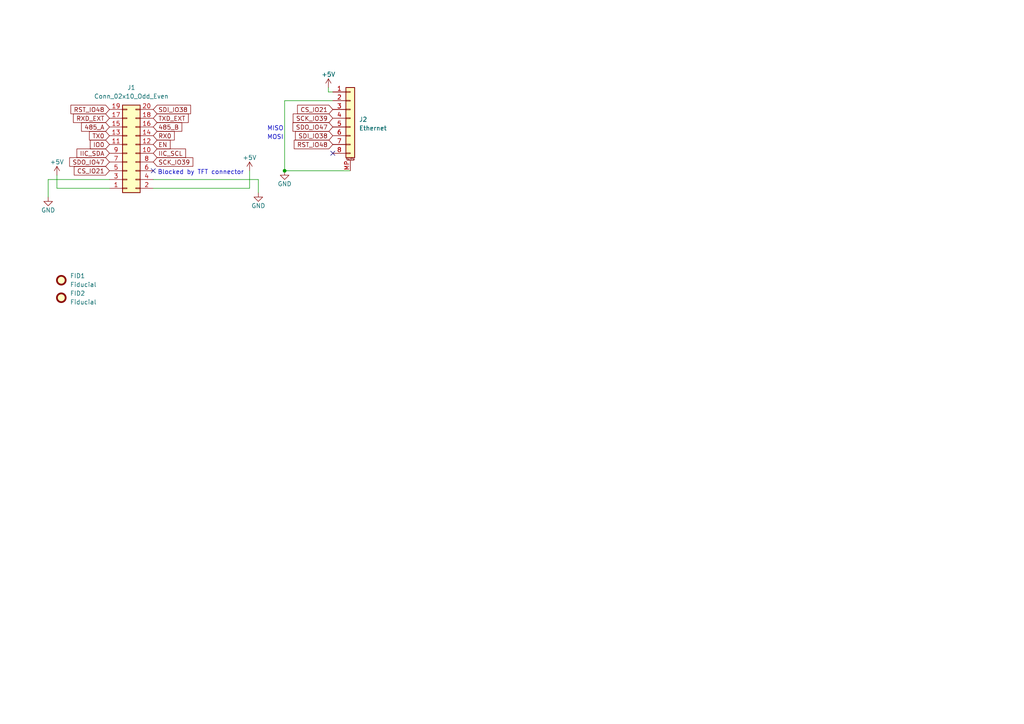
<source format=kicad_sch>
(kicad_sch (version 20211123) (generator eeschema)

  (uuid bb893cd4-c8dc-4720-86a5-cf3cec61cb8a)

  (paper "A4")

  (lib_symbols
    (symbol "Connector_Generic:Conn_02x10_Odd_Even" (pin_names (offset 1.016) hide) (in_bom yes) (on_board yes)
      (property "Reference" "J" (id 0) (at 1.27 12.7 0)
        (effects (font (size 1.27 1.27)))
      )
      (property "Value" "Conn_02x10_Odd_Even" (id 1) (at 1.27 -15.24 0)
        (effects (font (size 1.27 1.27)))
      )
      (property "Footprint" "" (id 2) (at 0 0 0)
        (effects (font (size 1.27 1.27)) hide)
      )
      (property "Datasheet" "~" (id 3) (at 0 0 0)
        (effects (font (size 1.27 1.27)) hide)
      )
      (property "ki_keywords" "connector" (id 4) (at 0 0 0)
        (effects (font (size 1.27 1.27)) hide)
      )
      (property "ki_description" "Generic connector, double row, 02x10, odd/even pin numbering scheme (row 1 odd numbers, row 2 even numbers), script generated (kicad-library-utils/schlib/autogen/connector/)" (id 5) (at 0 0 0)
        (effects (font (size 1.27 1.27)) hide)
      )
      (property "ki_fp_filters" "Connector*:*_2x??_*" (id 6) (at 0 0 0)
        (effects (font (size 1.27 1.27)) hide)
      )
      (symbol "Conn_02x10_Odd_Even_1_1"
        (rectangle (start -1.27 -12.573) (end 0 -12.827)
          (stroke (width 0.1524) (type default) (color 0 0 0 0))
          (fill (type none))
        )
        (rectangle (start -1.27 -10.033) (end 0 -10.287)
          (stroke (width 0.1524) (type default) (color 0 0 0 0))
          (fill (type none))
        )
        (rectangle (start -1.27 -7.493) (end 0 -7.747)
          (stroke (width 0.1524) (type default) (color 0 0 0 0))
          (fill (type none))
        )
        (rectangle (start -1.27 -4.953) (end 0 -5.207)
          (stroke (width 0.1524) (type default) (color 0 0 0 0))
          (fill (type none))
        )
        (rectangle (start -1.27 -2.413) (end 0 -2.667)
          (stroke (width 0.1524) (type default) (color 0 0 0 0))
          (fill (type none))
        )
        (rectangle (start -1.27 0.127) (end 0 -0.127)
          (stroke (width 0.1524) (type default) (color 0 0 0 0))
          (fill (type none))
        )
        (rectangle (start -1.27 2.667) (end 0 2.413)
          (stroke (width 0.1524) (type default) (color 0 0 0 0))
          (fill (type none))
        )
        (rectangle (start -1.27 5.207) (end 0 4.953)
          (stroke (width 0.1524) (type default) (color 0 0 0 0))
          (fill (type none))
        )
        (rectangle (start -1.27 7.747) (end 0 7.493)
          (stroke (width 0.1524) (type default) (color 0 0 0 0))
          (fill (type none))
        )
        (rectangle (start -1.27 10.287) (end 0 10.033)
          (stroke (width 0.1524) (type default) (color 0 0 0 0))
          (fill (type none))
        )
        (rectangle (start -1.27 11.43) (end 3.81 -13.97)
          (stroke (width 0.254) (type default) (color 0 0 0 0))
          (fill (type background))
        )
        (rectangle (start 3.81 -12.573) (end 2.54 -12.827)
          (stroke (width 0.1524) (type default) (color 0 0 0 0))
          (fill (type none))
        )
        (rectangle (start 3.81 -10.033) (end 2.54 -10.287)
          (stroke (width 0.1524) (type default) (color 0 0 0 0))
          (fill (type none))
        )
        (rectangle (start 3.81 -7.493) (end 2.54 -7.747)
          (stroke (width 0.1524) (type default) (color 0 0 0 0))
          (fill (type none))
        )
        (rectangle (start 3.81 -4.953) (end 2.54 -5.207)
          (stroke (width 0.1524) (type default) (color 0 0 0 0))
          (fill (type none))
        )
        (rectangle (start 3.81 -2.413) (end 2.54 -2.667)
          (stroke (width 0.1524) (type default) (color 0 0 0 0))
          (fill (type none))
        )
        (rectangle (start 3.81 0.127) (end 2.54 -0.127)
          (stroke (width 0.1524) (type default) (color 0 0 0 0))
          (fill (type none))
        )
        (rectangle (start 3.81 2.667) (end 2.54 2.413)
          (stroke (width 0.1524) (type default) (color 0 0 0 0))
          (fill (type none))
        )
        (rectangle (start 3.81 5.207) (end 2.54 4.953)
          (stroke (width 0.1524) (type default) (color 0 0 0 0))
          (fill (type none))
        )
        (rectangle (start 3.81 7.747) (end 2.54 7.493)
          (stroke (width 0.1524) (type default) (color 0 0 0 0))
          (fill (type none))
        )
        (rectangle (start 3.81 10.287) (end 2.54 10.033)
          (stroke (width 0.1524) (type default) (color 0 0 0 0))
          (fill (type none))
        )
        (pin passive line (at -5.08 10.16 0) (length 3.81)
          (name "Pin_1" (effects (font (size 1.27 1.27))))
          (number "1" (effects (font (size 1.27 1.27))))
        )
        (pin passive line (at 7.62 0 180) (length 3.81)
          (name "Pin_10" (effects (font (size 1.27 1.27))))
          (number "10" (effects (font (size 1.27 1.27))))
        )
        (pin passive line (at -5.08 -2.54 0) (length 3.81)
          (name "Pin_11" (effects (font (size 1.27 1.27))))
          (number "11" (effects (font (size 1.27 1.27))))
        )
        (pin passive line (at 7.62 -2.54 180) (length 3.81)
          (name "Pin_12" (effects (font (size 1.27 1.27))))
          (number "12" (effects (font (size 1.27 1.27))))
        )
        (pin passive line (at -5.08 -5.08 0) (length 3.81)
          (name "Pin_13" (effects (font (size 1.27 1.27))))
          (number "13" (effects (font (size 1.27 1.27))))
        )
        (pin passive line (at 7.62 -5.08 180) (length 3.81)
          (name "Pin_14" (effects (font (size 1.27 1.27))))
          (number "14" (effects (font (size 1.27 1.27))))
        )
        (pin passive line (at -5.08 -7.62 0) (length 3.81)
          (name "Pin_15" (effects (font (size 1.27 1.27))))
          (number "15" (effects (font (size 1.27 1.27))))
        )
        (pin passive line (at 7.62 -7.62 180) (length 3.81)
          (name "Pin_16" (effects (font (size 1.27 1.27))))
          (number "16" (effects (font (size 1.27 1.27))))
        )
        (pin passive line (at -5.08 -10.16 0) (length 3.81)
          (name "Pin_17" (effects (font (size 1.27 1.27))))
          (number "17" (effects (font (size 1.27 1.27))))
        )
        (pin passive line (at 7.62 -10.16 180) (length 3.81)
          (name "Pin_18" (effects (font (size 1.27 1.27))))
          (number "18" (effects (font (size 1.27 1.27))))
        )
        (pin passive line (at -5.08 -12.7 0) (length 3.81)
          (name "Pin_19" (effects (font (size 1.27 1.27))))
          (number "19" (effects (font (size 1.27 1.27))))
        )
        (pin passive line (at 7.62 10.16 180) (length 3.81)
          (name "Pin_2" (effects (font (size 1.27 1.27))))
          (number "2" (effects (font (size 1.27 1.27))))
        )
        (pin passive line (at 7.62 -12.7 180) (length 3.81)
          (name "Pin_20" (effects (font (size 1.27 1.27))))
          (number "20" (effects (font (size 1.27 1.27))))
        )
        (pin passive line (at -5.08 7.62 0) (length 3.81)
          (name "Pin_3" (effects (font (size 1.27 1.27))))
          (number "3" (effects (font (size 1.27 1.27))))
        )
        (pin passive line (at 7.62 7.62 180) (length 3.81)
          (name "Pin_4" (effects (font (size 1.27 1.27))))
          (number "4" (effects (font (size 1.27 1.27))))
        )
        (pin passive line (at -5.08 5.08 0) (length 3.81)
          (name "Pin_5" (effects (font (size 1.27 1.27))))
          (number "5" (effects (font (size 1.27 1.27))))
        )
        (pin passive line (at 7.62 5.08 180) (length 3.81)
          (name "Pin_6" (effects (font (size 1.27 1.27))))
          (number "6" (effects (font (size 1.27 1.27))))
        )
        (pin passive line (at -5.08 2.54 0) (length 3.81)
          (name "Pin_7" (effects (font (size 1.27 1.27))))
          (number "7" (effects (font (size 1.27 1.27))))
        )
        (pin passive line (at 7.62 2.54 180) (length 3.81)
          (name "Pin_8" (effects (font (size 1.27 1.27))))
          (number "8" (effects (font (size 1.27 1.27))))
        )
        (pin passive line (at -5.08 0 0) (length 3.81)
          (name "Pin_9" (effects (font (size 1.27 1.27))))
          (number "9" (effects (font (size 1.27 1.27))))
        )
      )
    )
    (symbol "Connector_Generic_MountingPin:Conn_01x08_MountingPin" (pin_names (offset 1.016) hide) (in_bom yes) (on_board yes)
      (property "Reference" "J" (id 0) (at 0 10.16 0)
        (effects (font (size 1.27 1.27)))
      )
      (property "Value" "Conn_01x08_MountingPin" (id 1) (at 1.27 -12.7 0)
        (effects (font (size 1.27 1.27)) (justify left))
      )
      (property "Footprint" "" (id 2) (at 0 0 0)
        (effects (font (size 1.27 1.27)) hide)
      )
      (property "Datasheet" "~" (id 3) (at 0 0 0)
        (effects (font (size 1.27 1.27)) hide)
      )
      (property "ki_keywords" "connector" (id 4) (at 0 0 0)
        (effects (font (size 1.27 1.27)) hide)
      )
      (property "ki_description" "Generic connectable mounting pin connector, single row, 01x08, script generated (kicad-library-utils/schlib/autogen/connector/)" (id 5) (at 0 0 0)
        (effects (font (size 1.27 1.27)) hide)
      )
      (property "ki_fp_filters" "Connector*:*_1x??-1MP*" (id 6) (at 0 0 0)
        (effects (font (size 1.27 1.27)) hide)
      )
      (symbol "Conn_01x08_MountingPin_1_1"
        (rectangle (start -1.27 -10.033) (end 0 -10.287)
          (stroke (width 0.1524) (type default) (color 0 0 0 0))
          (fill (type none))
        )
        (rectangle (start -1.27 -7.493) (end 0 -7.747)
          (stroke (width 0.1524) (type default) (color 0 0 0 0))
          (fill (type none))
        )
        (rectangle (start -1.27 -4.953) (end 0 -5.207)
          (stroke (width 0.1524) (type default) (color 0 0 0 0))
          (fill (type none))
        )
        (rectangle (start -1.27 -2.413) (end 0 -2.667)
          (stroke (width 0.1524) (type default) (color 0 0 0 0))
          (fill (type none))
        )
        (rectangle (start -1.27 0.127) (end 0 -0.127)
          (stroke (width 0.1524) (type default) (color 0 0 0 0))
          (fill (type none))
        )
        (rectangle (start -1.27 2.667) (end 0 2.413)
          (stroke (width 0.1524) (type default) (color 0 0 0 0))
          (fill (type none))
        )
        (rectangle (start -1.27 5.207) (end 0 4.953)
          (stroke (width 0.1524) (type default) (color 0 0 0 0))
          (fill (type none))
        )
        (rectangle (start -1.27 7.747) (end 0 7.493)
          (stroke (width 0.1524) (type default) (color 0 0 0 0))
          (fill (type none))
        )
        (rectangle (start -1.27 8.89) (end 1.27 -11.43)
          (stroke (width 0.254) (type default) (color 0 0 0 0))
          (fill (type background))
        )
        (polyline
          (pts
            (xy -1.016 -12.192)
            (xy 1.016 -12.192)
          )
          (stroke (width 0.1524) (type default) (color 0 0 0 0))
          (fill (type none))
        )
        (text "Mounting" (at 0 -11.811 0)
          (effects (font (size 0.381 0.381)))
        )
        (pin passive line (at -5.08 7.62 0) (length 3.81)
          (name "Pin_1" (effects (font (size 1.27 1.27))))
          (number "1" (effects (font (size 1.27 1.27))))
        )
        (pin passive line (at -5.08 5.08 0) (length 3.81)
          (name "Pin_2" (effects (font (size 1.27 1.27))))
          (number "2" (effects (font (size 1.27 1.27))))
        )
        (pin passive line (at -5.08 2.54 0) (length 3.81)
          (name "Pin_3" (effects (font (size 1.27 1.27))))
          (number "3" (effects (font (size 1.27 1.27))))
        )
        (pin passive line (at -5.08 0 0) (length 3.81)
          (name "Pin_4" (effects (font (size 1.27 1.27))))
          (number "4" (effects (font (size 1.27 1.27))))
        )
        (pin passive line (at -5.08 -2.54 0) (length 3.81)
          (name "Pin_5" (effects (font (size 1.27 1.27))))
          (number "5" (effects (font (size 1.27 1.27))))
        )
        (pin passive line (at -5.08 -5.08 0) (length 3.81)
          (name "Pin_6" (effects (font (size 1.27 1.27))))
          (number "6" (effects (font (size 1.27 1.27))))
        )
        (pin passive line (at -5.08 -7.62 0) (length 3.81)
          (name "Pin_7" (effects (font (size 1.27 1.27))))
          (number "7" (effects (font (size 1.27 1.27))))
        )
        (pin passive line (at -5.08 -10.16 0) (length 3.81)
          (name "Pin_8" (effects (font (size 1.27 1.27))))
          (number "8" (effects (font (size 1.27 1.27))))
        )
        (pin passive line (at 0 -15.24 90) (length 3.048)
          (name "MountPin" (effects (font (size 1.27 1.27))))
          (number "MP" (effects (font (size 1.27 1.27))))
        )
      )
    )
    (symbol "Mechanical:Fiducial" (in_bom yes) (on_board yes)
      (property "Reference" "FID" (id 0) (at 0 5.08 0)
        (effects (font (size 1.27 1.27)))
      )
      (property "Value" "Fiducial" (id 1) (at 0 3.175 0)
        (effects (font (size 1.27 1.27)))
      )
      (property "Footprint" "" (id 2) (at 0 0 0)
        (effects (font (size 1.27 1.27)) hide)
      )
      (property "Datasheet" "~" (id 3) (at 0 0 0)
        (effects (font (size 1.27 1.27)) hide)
      )
      (property "ki_keywords" "fiducial marker" (id 4) (at 0 0 0)
        (effects (font (size 1.27 1.27)) hide)
      )
      (property "ki_description" "Fiducial Marker" (id 5) (at 0 0 0)
        (effects (font (size 1.27 1.27)) hide)
      )
      (property "ki_fp_filters" "Fiducial*" (id 6) (at 0 0 0)
        (effects (font (size 1.27 1.27)) hide)
      )
      (symbol "Fiducial_0_1"
        (circle (center 0 0) (radius 1.27)
          (stroke (width 0.508) (type default) (color 0 0 0 0))
          (fill (type background))
        )
      )
    )
    (symbol "power:+5V" (power) (pin_names (offset 0)) (in_bom yes) (on_board yes)
      (property "Reference" "#PWR" (id 0) (at 0 -3.81 0)
        (effects (font (size 1.27 1.27)) hide)
      )
      (property "Value" "+5V" (id 1) (at 0 3.556 0)
        (effects (font (size 1.27 1.27)))
      )
      (property "Footprint" "" (id 2) (at 0 0 0)
        (effects (font (size 1.27 1.27)) hide)
      )
      (property "Datasheet" "" (id 3) (at 0 0 0)
        (effects (font (size 1.27 1.27)) hide)
      )
      (property "ki_keywords" "global power" (id 4) (at 0 0 0)
        (effects (font (size 1.27 1.27)) hide)
      )
      (property "ki_description" "Power symbol creates a global label with name \"+5V\"" (id 5) (at 0 0 0)
        (effects (font (size 1.27 1.27)) hide)
      )
      (symbol "+5V_0_1"
        (polyline
          (pts
            (xy -0.762 1.27)
            (xy 0 2.54)
          )
          (stroke (width 0) (type default) (color 0 0 0 0))
          (fill (type none))
        )
        (polyline
          (pts
            (xy 0 0)
            (xy 0 2.54)
          )
          (stroke (width 0) (type default) (color 0 0 0 0))
          (fill (type none))
        )
        (polyline
          (pts
            (xy 0 2.54)
            (xy 0.762 1.27)
          )
          (stroke (width 0) (type default) (color 0 0 0 0))
          (fill (type none))
        )
      )
      (symbol "+5V_1_1"
        (pin power_in line (at 0 0 90) (length 0) hide
          (name "+5V" (effects (font (size 1.27 1.27))))
          (number "1" (effects (font (size 1.27 1.27))))
        )
      )
    )
    (symbol "power:GND" (power) (pin_names (offset 0)) (in_bom yes) (on_board yes)
      (property "Reference" "#PWR" (id 0) (at 0 -6.35 0)
        (effects (font (size 1.27 1.27)) hide)
      )
      (property "Value" "GND" (id 1) (at 0 -3.81 0)
        (effects (font (size 1.27 1.27)))
      )
      (property "Footprint" "" (id 2) (at 0 0 0)
        (effects (font (size 1.27 1.27)) hide)
      )
      (property "Datasheet" "" (id 3) (at 0 0 0)
        (effects (font (size 1.27 1.27)) hide)
      )
      (property "ki_keywords" "global power" (id 4) (at 0 0 0)
        (effects (font (size 1.27 1.27)) hide)
      )
      (property "ki_description" "Power symbol creates a global label with name \"GND\" , ground" (id 5) (at 0 0 0)
        (effects (font (size 1.27 1.27)) hide)
      )
      (symbol "GND_0_1"
        (polyline
          (pts
            (xy 0 0)
            (xy 0 -1.27)
            (xy 1.27 -1.27)
            (xy 0 -2.54)
            (xy -1.27 -1.27)
            (xy 0 -1.27)
          )
          (stroke (width 0) (type default) (color 0 0 0 0))
          (fill (type none))
        )
      )
      (symbol "GND_1_1"
        (pin power_in line (at 0 0 270) (length 0) hide
          (name "GND" (effects (font (size 1.27 1.27))))
          (number "1" (effects (font (size 1.27 1.27))))
        )
      )
    )
  )

  (junction (at 82.55 49.53) (diameter 0) (color 0 0 0 0)
    (uuid f7996b02-a704-4c3d-a9c5-86ae05c33115)
  )

  (no_connect (at 96.52 44.45) (uuid 91514e07-982b-419a-b392-b4ea0c98c109))
  (no_connect (at 44.45 49.53) (uuid b33c59f5-d6c4-4091-9b20-65b6e27dbb83))

  (wire (pts (xy 44.45 54.61) (xy 72.39 54.61))
    (stroke (width 0) (type default) (color 0 0 0 0))
    (uuid 1311f982-21a5-46b8-a86f-04681aeb9915)
  )
  (wire (pts (xy 13.97 52.07) (xy 13.97 57.15))
    (stroke (width 0) (type default) (color 0 0 0 0))
    (uuid 339bb858-1c19-4664-a3c9-d753c17625d4)
  )
  (wire (pts (xy 82.55 29.21) (xy 82.55 49.53))
    (stroke (width 0) (type default) (color 0 0 0 0))
    (uuid 3576ea8f-925f-4cff-8d55-66138ee4fb6d)
  )
  (wire (pts (xy 72.39 49.53) (xy 72.39 54.61))
    (stroke (width 0) (type default) (color 0 0 0 0))
    (uuid 4d1f7506-9205-4d65-b831-58c103e2eae5)
  )
  (wire (pts (xy 95.25 25.4) (xy 95.25 26.67))
    (stroke (width 0) (type default) (color 0 0 0 0))
    (uuid 57d94448-a86f-4590-8b5e-ffba7f60639e)
  )
  (wire (pts (xy 13.97 52.07) (xy 31.75 52.07))
    (stroke (width 0) (type default) (color 0 0 0 0))
    (uuid 66ff0995-639d-40c5-93bb-0ae842f8674c)
  )
  (wire (pts (xy 16.51 50.8) (xy 16.51 54.61))
    (stroke (width 0) (type default) (color 0 0 0 0))
    (uuid 9f5799c6-0ee7-4d29-989b-44b717b4fb17)
  )
  (wire (pts (xy 95.25 26.67) (xy 96.52 26.67))
    (stroke (width 0) (type default) (color 0 0 0 0))
    (uuid ad9b580e-057b-4012-9cb1-00bd30a62cc3)
  )
  (wire (pts (xy 96.52 29.21) (xy 82.55 29.21))
    (stroke (width 0) (type default) (color 0 0 0 0))
    (uuid b115cee3-8a0f-4511-9f15-85241c52c357)
  )
  (wire (pts (xy 44.45 52.07) (xy 74.93 52.07))
    (stroke (width 0) (type default) (color 0 0 0 0))
    (uuid b1634939-66e3-4cba-a72f-19eab034b5b8)
  )
  (wire (pts (xy 74.93 52.07) (xy 74.93 55.88))
    (stroke (width 0) (type default) (color 0 0 0 0))
    (uuid f212b36a-bc50-4495-b6e6-6f75c71c0688)
  )
  (wire (pts (xy 16.51 54.61) (xy 31.75 54.61))
    (stroke (width 0) (type default) (color 0 0 0 0))
    (uuid f6e654d5-52b7-426f-82f6-a7cec8059ff2)
  )
  (wire (pts (xy 82.55 49.53) (xy 101.6 49.53))
    (stroke (width 0) (type default) (color 0 0 0 0))
    (uuid fe5f8213-8092-4814-bee5-670b9ac7bc52)
  )

  (text "Blocked by TFT connector" (at 45.72 50.8 0)
    (effects (font (size 1.27 1.27)) (justify left bottom))
    (uuid 347c8d20-35e7-4a84-99d2-c0ddd4051384)
  )
  (text "MOSI" (at 77.47 40.64 0)
    (effects (font (size 1.27 1.27)) (justify left bottom))
    (uuid 89211299-293f-4d3f-ba6f-cb116e393512)
  )
  (text "MISO" (at 77.47 38.1 0)
    (effects (font (size 1.27 1.27)) (justify left bottom))
    (uuid da6ea63e-7936-4a0d-a57c-2c8ceefe5a95)
  )

  (global_label "RX0" (shape input) (at 44.45 39.37 0) (fields_autoplaced)
    (effects (font (size 1.27 1.27)) (justify left))
    (uuid 2044241e-871e-4c7b-84c4-164359f3a1f9)
    (property "Intersheet References" "${INTERSHEET_REFS}" (id 0) (at 50.5521 39.2906 0)
      (effects (font (size 1.27 1.27)) (justify left) hide)
    )
  )
  (global_label "SDO_IO47" (shape input) (at 96.52 36.83 180) (fields_autoplaced)
    (effects (font (size 1.27 1.27)) (justify right))
    (uuid 2c691ab2-712e-4530-9a8e-82d300a0ef67)
    (property "Intersheet References" "${INTERSHEET_REFS}" (id 0) (at 84.975 36.7506 0)
      (effects (font (size 1.27 1.27)) (justify right) hide)
    )
  )
  (global_label "RST_IO48" (shape input) (at 31.75 31.75 180) (fields_autoplaced)
    (effects (font (size 1.27 1.27)) (justify right))
    (uuid 2deb7648-92f9-4ea4-b90c-4a5a33854458)
    (property "Intersheet References" "${INTERSHEET_REFS}" (id 0) (at 20.5679 31.6706 0)
      (effects (font (size 1.27 1.27)) (justify right) hide)
    )
  )
  (global_label "485_B" (shape input) (at 44.45 36.83 0) (fields_autoplaced)
    (effects (font (size 1.27 1.27)) (justify left))
    (uuid 2ef6644a-b6e5-4548-9f7d-9f42047fd5cd)
    (property "Intersheet References" "${INTERSHEET_REFS}" (id 0) (at 52.7293 36.7506 0)
      (effects (font (size 1.27 1.27)) (justify left) hide)
    )
  )
  (global_label "EN" (shape input) (at 44.45 41.91 0) (fields_autoplaced)
    (effects (font (size 1.27 1.27)) (justify left))
    (uuid 37979d09-cd38-41ec-a383-ca1aace7ac4a)
    (property "Intersheet References" "${INTERSHEET_REFS}" (id 0) (at 49.3426 41.8306 0)
      (effects (font (size 1.27 1.27)) (justify left) hide)
    )
  )
  (global_label "CS_IO21" (shape input) (at 31.75 49.53 180) (fields_autoplaced)
    (effects (font (size 1.27 1.27)) (justify right))
    (uuid 3bafda78-cf11-4f62-8c31-1198612aa64f)
    (property "Intersheet References" "${INTERSHEET_REFS}" (id 0) (at 21.5355 49.4506 0)
      (effects (font (size 1.27 1.27)) (justify right) hide)
    )
  )
  (global_label "485_A" (shape input) (at 31.75 36.83 180) (fields_autoplaced)
    (effects (font (size 1.27 1.27)) (justify right))
    (uuid 607ded8b-96cf-4a6a-8792-d0a01bc3eac2)
    (property "Intersheet References" "${INTERSHEET_REFS}" (id 0) (at 23.6521 36.7506 0)
      (effects (font (size 1.27 1.27)) (justify right) hide)
    )
  )
  (global_label "CS_IO21" (shape input) (at 96.52 31.75 180) (fields_autoplaced)
    (effects (font (size 1.27 1.27)) (justify right))
    (uuid 6cfca0df-5c8f-4539-91bd-95db66183f2f)
    (property "Intersheet References" "${INTERSHEET_REFS}" (id 0) (at 86.3055 31.6706 0)
      (effects (font (size 1.27 1.27)) (justify right) hide)
    )
  )
  (global_label "RST_IO48" (shape input) (at 96.52 41.91 180) (fields_autoplaced)
    (effects (font (size 1.27 1.27)) (justify right))
    (uuid 81cbacf1-98e9-457e-8f26-d119aba6b236)
    (property "Intersheet References" "${INTERSHEET_REFS}" (id 0) (at 85.3379 41.8306 0)
      (effects (font (size 1.27 1.27)) (justify right) hide)
    )
  )
  (global_label "IIC_SDA" (shape input) (at 31.75 44.45 180) (fields_autoplaced)
    (effects (font (size 1.27 1.27)) (justify right))
    (uuid 86b8b5ea-e697-4fec-a6ba-595e6f714bec)
    (property "Intersheet References" "${INTERSHEET_REFS}" (id 0) (at 22.3217 44.3706 0)
      (effects (font (size 1.27 1.27)) (justify right) hide)
    )
  )
  (global_label "SDI_IO38" (shape input) (at 44.45 31.75 0) (fields_autoplaced)
    (effects (font (size 1.27 1.27)) (justify left))
    (uuid 9821c1d4-9f65-415b-821b-888634545384)
    (property "Intersheet References" "${INTERSHEET_REFS}" (id 0) (at 55.2693 31.8294 0)
      (effects (font (size 1.27 1.27)) (justify left) hide)
    )
  )
  (global_label "RXD_EXT" (shape input) (at 31.75 34.29 180) (fields_autoplaced)
    (effects (font (size 1.27 1.27)) (justify right))
    (uuid 99578007-6f2f-4eca-8d13-9396b9f08c20)
    (property "Intersheet References" "${INTERSHEET_REFS}" (id 0) (at 21.2936 34.2106 0)
      (effects (font (size 1.27 1.27)) (justify right) hide)
    )
  )
  (global_label "SCK_IO39" (shape input) (at 44.45 46.99 0) (fields_autoplaced)
    (effects (font (size 1.27 1.27)) (justify left))
    (uuid a4eee41b-7f66-4d99-9899-16bfc0273c53)
    (property "Intersheet References" "${INTERSHEET_REFS}" (id 0) (at 55.9345 47.0694 0)
      (effects (font (size 1.27 1.27)) (justify left) hide)
    )
  )
  (global_label "TX0" (shape input) (at 31.75 39.37 180) (fields_autoplaced)
    (effects (font (size 1.27 1.27)) (justify right))
    (uuid a51941e5-fa38-47f9-8e45-87aabf91ced4)
    (property "Intersheet References" "${INTERSHEET_REFS}" (id 0) (at 25.9502 39.2906 0)
      (effects (font (size 1.27 1.27)) (justify right) hide)
    )
  )
  (global_label "SDI_IO38" (shape input) (at 96.52 39.37 180) (fields_autoplaced)
    (effects (font (size 1.27 1.27)) (justify right))
    (uuid cb362fb0-f416-4651-bc30-9cf15db565ed)
    (property "Intersheet References" "${INTERSHEET_REFS}" (id 0) (at 85.7007 39.2906 0)
      (effects (font (size 1.27 1.27)) (justify right) hide)
    )
  )
  (global_label "IO0" (shape input) (at 31.75 41.91 180) (fields_autoplaced)
    (effects (font (size 1.27 1.27)) (justify right))
    (uuid ddfd3fa4-5246-4130-9492-7afdaeef0770)
    (property "Intersheet References" "${INTERSHEET_REFS}" (id 0) (at 26.1921 41.8306 0)
      (effects (font (size 1.27 1.27)) (justify right) hide)
    )
  )
  (global_label "SCK_IO39" (shape input) (at 96.52 34.29 180) (fields_autoplaced)
    (effects (font (size 1.27 1.27)) (justify right))
    (uuid ded7db00-cd13-45ea-9903-2a192e7c8a1e)
    (property "Intersheet References" "${INTERSHEET_REFS}" (id 0) (at 85.0355 34.2106 0)
      (effects (font (size 1.27 1.27)) (justify right) hide)
    )
  )
  (global_label "SDO_IO47" (shape input) (at 31.75 46.99 180) (fields_autoplaced)
    (effects (font (size 1.27 1.27)) (justify right))
    (uuid e91dd35e-4462-43ac-98e6-a50a17a29522)
    (property "Intersheet References" "${INTERSHEET_REFS}" (id 0) (at 20.205 46.9106 0)
      (effects (font (size 1.27 1.27)) (justify right) hide)
    )
  )
  (global_label "TXD_EXT" (shape input) (at 44.45 34.29 0) (fields_autoplaced)
    (effects (font (size 1.27 1.27)) (justify left))
    (uuid ef43c6ea-ed0a-414c-a48d-73f99d596eef)
    (property "Intersheet References" "${INTERSHEET_REFS}" (id 0) (at 54.6041 34.2106 0)
      (effects (font (size 1.27 1.27)) (justify left) hide)
    )
  )
  (global_label "IIC_SCL" (shape input) (at 44.45 44.45 0) (fields_autoplaced)
    (effects (font (size 1.27 1.27)) (justify left))
    (uuid f8973afe-b538-409e-b370-1d640cb66204)
    (property "Intersheet References" "${INTERSHEET_REFS}" (id 0) (at 53.8179 44.3706 0)
      (effects (font (size 1.27 1.27)) (justify left) hide)
    )
  )

  (symbol (lib_id "Connector_Generic_MountingPin:Conn_01x08_MountingPin") (at 101.6 34.29 0) (unit 1)
    (in_bom yes) (on_board yes) (fields_autoplaced)
    (uuid 163d55a5-9e79-4147-8fc1-a7168b3dd79b)
    (property "Reference" "J2" (id 0) (at 104.14 34.6455 0)
      (effects (font (size 1.27 1.27)) (justify left))
    )
    (property "Value" "Ethernet" (id 1) (at 104.14 37.1855 0)
      (effects (font (size 1.27 1.27)) (justify left))
    )
    (property "Footprint" "Connector_JST:JST_GH_SM08B-GHS-TB_1x08-1MP_P1.25mm_Horizontal" (id 2) (at 101.6 34.29 0)
      (effects (font (size 1.27 1.27)) hide)
    )
    (property "Datasheet" "~" (id 3) (at 101.6 34.29 0)
      (effects (font (size 1.27 1.27)) hide)
    )
    (property "LCSC" "C225117" (id 4) (at 101.6 34.29 0)
      (effects (font (size 1.27 1.27)) hide)
    )
    (pin "1" (uuid 0b9468fc-9bb1-46cb-a17a-9e58c2c99a6b))
    (pin "2" (uuid 392de98d-1ce9-46d7-8230-c7f2270e33f5))
    (pin "3" (uuid 6f81c4f4-f2a1-46d8-9b0e-15c06c285d12))
    (pin "4" (uuid bd281b50-002c-4d92-b5fb-3669b6ff9529))
    (pin "5" (uuid d70e75ae-9e33-47b1-a367-877ec1e72ca6))
    (pin "6" (uuid 66e69cbe-88d0-49c3-a00e-baa05dc343cd))
    (pin "7" (uuid 84506c19-4ba5-4056-a599-1810f5fe20c1))
    (pin "8" (uuid db513055-3962-47b4-9693-a6ed573d2b20))
    (pin "MP" (uuid 6f6f9a69-0d31-499a-b4ed-15b307962aec))
  )

  (symbol (lib_id "power:GND") (at 13.97 57.15 0) (unit 1)
    (in_bom yes) (on_board yes)
    (uuid 3efbc91b-395c-482c-80d7-9e6024ba0036)
    (property "Reference" "#PWR0105" (id 0) (at 13.97 63.5 0)
      (effects (font (size 1.27 1.27)) hide)
    )
    (property "Value" "GND" (id 1) (at 13.97 60.96 0))
    (property "Footprint" "" (id 2) (at 13.97 57.15 0)
      (effects (font (size 1.27 1.27)) hide)
    )
    (property "Datasheet" "" (id 3) (at 13.97 57.15 0)
      (effects (font (size 1.27 1.27)) hide)
    )
    (pin "1" (uuid a9d41d85-9ac0-4e37-adf8-8807112ebe40))
  )

  (symbol (lib_id "Mechanical:Fiducial") (at 17.78 81.28 0) (unit 1)
    (in_bom yes) (on_board yes) (fields_autoplaced)
    (uuid 832abddf-dcde-42ae-b970-e1ed64cbbdff)
    (property "Reference" "FID1" (id 0) (at 20.32 80.0099 0)
      (effects (font (size 1.27 1.27)) (justify left))
    )
    (property "Value" "Fiducial" (id 1) (at 20.32 82.5499 0)
      (effects (font (size 1.27 1.27)) (justify left))
    )
    (property "Footprint" "Fiducial:Fiducial_1mm_Mask2mm" (id 2) (at 17.78 81.28 0)
      (effects (font (size 1.27 1.27)) hide)
    )
    (property "Datasheet" "~" (id 3) (at 17.78 81.28 0)
      (effects (font (size 1.27 1.27)) hide)
    )
  )

  (symbol (lib_id "power:+5V") (at 95.25 25.4 0) (unit 1)
    (in_bom yes) (on_board yes)
    (uuid 8b4b7e1f-9bb0-40ab-abcf-f0a36437ec75)
    (property "Reference" "#PWR0104" (id 0) (at 95.25 29.21 0)
      (effects (font (size 1.27 1.27)) hide)
    )
    (property "Value" "+5V" (id 1) (at 95.25 21.59 0))
    (property "Footprint" "" (id 2) (at 95.25 25.4 0)
      (effects (font (size 1.27 1.27)) hide)
    )
    (property "Datasheet" "" (id 3) (at 95.25 25.4 0)
      (effects (font (size 1.27 1.27)) hide)
    )
    (pin "1" (uuid 26fa6cb4-674c-49fc-b65b-8cf5f891bb52))
  )

  (symbol (lib_id "power:GND") (at 82.55 49.53 0) (unit 1)
    (in_bom yes) (on_board yes)
    (uuid 8e051c9f-9538-4f15-ad2c-c020e4837020)
    (property "Reference" "#PWR0101" (id 0) (at 82.55 55.88 0)
      (effects (font (size 1.27 1.27)) hide)
    )
    (property "Value" "GND" (id 1) (at 82.55 53.34 0))
    (property "Footprint" "" (id 2) (at 82.55 49.53 0)
      (effects (font (size 1.27 1.27)) hide)
    )
    (property "Datasheet" "" (id 3) (at 82.55 49.53 0)
      (effects (font (size 1.27 1.27)) hide)
    )
    (pin "1" (uuid ddf922de-decf-46ae-b829-cdeeed97f4f8))
  )

  (symbol (lib_id "power:+5V") (at 16.51 50.8 0) (unit 1)
    (in_bom yes) (on_board yes)
    (uuid 9163ef53-722c-4b4a-9f97-aee4b898ae83)
    (property "Reference" "#PWR0106" (id 0) (at 16.51 54.61 0)
      (effects (font (size 1.27 1.27)) hide)
    )
    (property "Value" "+5V" (id 1) (at 16.51 46.99 0))
    (property "Footprint" "" (id 2) (at 16.51 50.8 0)
      (effects (font (size 1.27 1.27)) hide)
    )
    (property "Datasheet" "" (id 3) (at 16.51 50.8 0)
      (effects (font (size 1.27 1.27)) hide)
    )
    (pin "1" (uuid 201e60a0-290f-405d-bdf0-db347c8306a7))
  )

  (symbol (lib_id "Mechanical:Fiducial") (at 17.78 86.36 0) (unit 1)
    (in_bom yes) (on_board yes) (fields_autoplaced)
    (uuid 97b85603-1a37-4f08-9fad-c0d7e81b9931)
    (property "Reference" "FID2" (id 0) (at 20.32 85.0899 0)
      (effects (font (size 1.27 1.27)) (justify left))
    )
    (property "Value" "Fiducial" (id 1) (at 20.32 87.6299 0)
      (effects (font (size 1.27 1.27)) (justify left))
    )
    (property "Footprint" "Fiducial:Fiducial_1mm_Mask2mm" (id 2) (at 17.78 86.36 0)
      (effects (font (size 1.27 1.27)) hide)
    )
    (property "Datasheet" "~" (id 3) (at 17.78 86.36 0)
      (effects (font (size 1.27 1.27)) hide)
    )
  )

  (symbol (lib_id "power:GND") (at 74.93 55.88 0) (unit 1)
    (in_bom yes) (on_board yes)
    (uuid 9956e384-8cdd-4c79-86c8-c30dc9f17b60)
    (property "Reference" "#PWR0102" (id 0) (at 74.93 62.23 0)
      (effects (font (size 1.27 1.27)) hide)
    )
    (property "Value" "GND" (id 1) (at 74.93 59.69 0))
    (property "Footprint" "" (id 2) (at 74.93 55.88 0)
      (effects (font (size 1.27 1.27)) hide)
    )
    (property "Datasheet" "" (id 3) (at 74.93 55.88 0)
      (effects (font (size 1.27 1.27)) hide)
    )
    (pin "1" (uuid a9d6d106-a9ef-41fc-bdb6-ef3d4f5407fd))
  )

  (symbol (lib_id "power:+5V") (at 72.39 49.53 0) (unit 1)
    (in_bom yes) (on_board yes)
    (uuid df61e8ef-c253-41eb-a431-5c3c605bd7b7)
    (property "Reference" "#PWR0103" (id 0) (at 72.39 53.34 0)
      (effects (font (size 1.27 1.27)) hide)
    )
    (property "Value" "+5V" (id 1) (at 72.39 45.72 0))
    (property "Footprint" "" (id 2) (at 72.39 49.53 0)
      (effects (font (size 1.27 1.27)) hide)
    )
    (property "Datasheet" "" (id 3) (at 72.39 49.53 0)
      (effects (font (size 1.27 1.27)) hide)
    )
    (pin "1" (uuid 99d354fd-4222-4d21-899d-11c0483f96aa))
  )

  (symbol (lib_id "Connector_Generic:Conn_02x10_Odd_Even") (at 36.83 44.45 0) (mirror x) (unit 1)
    (in_bom yes) (on_board yes) (fields_autoplaced)
    (uuid f701f10e-b5bd-465c-85b8-c880e4d26a70)
    (property "Reference" "J1" (id 0) (at 38.1 25.4 0))
    (property "Value" "Conn_02x10_Odd_Even" (id 1) (at 38.1 27.94 0))
    (property "Footprint" "Connector_PinHeader_2.00mm:PinHeader_2x10_P2.00mm_Vertical" (id 2) (at 36.83 44.45 0)
      (effects (font (size 1.27 1.27)) hide)
    )
    (property "Datasheet" "~" (id 3) (at 36.83 44.45 0)
      (effects (font (size 1.27 1.27)) hide)
    )
    (property "LCSC" "C2935965" (id 4) (at 36.83 44.45 0)
      (effects (font (size 1.27 1.27)) hide)
    )
    (pin "1" (uuid 9b92b2b2-de99-4516-99fc-db73ba164b5e))
    (pin "10" (uuid a4fa06d3-f74a-4278-bcc9-c92484d1e967))
    (pin "11" (uuid cbb7d9d0-67d3-4ce9-8ecf-5491397abfbf))
    (pin "12" (uuid d2cfd8d6-b546-4d02-99d5-90c45582bd44))
    (pin "13" (uuid f13b0b37-c43f-4f53-8dd6-678f5de3f9a3))
    (pin "14" (uuid 28acaada-a031-4f15-b5ed-ee7e42038ead))
    (pin "15" (uuid 36d59c62-4fc6-4837-9f58-b115acd18afe))
    (pin "16" (uuid 0951681d-19a2-4913-8d69-e779a27c3d80))
    (pin "17" (uuid a64aff00-f54f-44e8-8846-004a51312750))
    (pin "18" (uuid f0f5928d-33af-4c38-b949-19556df42c47))
    (pin "19" (uuid d60ff624-207a-452e-ae87-08d8a1c03174))
    (pin "2" (uuid fa2dd67d-91a8-4615-b3f0-931aa56ef661))
    (pin "20" (uuid 0732b7bc-0025-4b24-b88f-4115cdfa89d7))
    (pin "3" (uuid cb0b3d37-1f49-404f-918e-29304a5d9508))
    (pin "4" (uuid ceb1487b-b80f-4e40-b8ea-c0eb21a5bb67))
    (pin "5" (uuid 2e44772a-9a5a-4f91-b73f-11546bcbad6d))
    (pin "6" (uuid e1af15d6-0c10-4691-942b-bee50619f3fa))
    (pin "7" (uuid 88a5c7a8-79b8-4f88-8da4-e417145e4905))
    (pin "8" (uuid dfb3b639-de5e-4d9f-b555-5fce273103b9))
    (pin "9" (uuid 64fa26b7-ba07-408f-bc29-6c0fe8eb7227))
  )

  (sheet_instances
    (path "/" (page "1"))
  )

  (symbol_instances
    (path "/8e051c9f-9538-4f15-ad2c-c020e4837020"
      (reference "#PWR0101") (unit 1) (value "GND") (footprint "")
    )
    (path "/9956e384-8cdd-4c79-86c8-c30dc9f17b60"
      (reference "#PWR0102") (unit 1) (value "GND") (footprint "")
    )
    (path "/df61e8ef-c253-41eb-a431-5c3c605bd7b7"
      (reference "#PWR0103") (unit 1) (value "+5V") (footprint "")
    )
    (path "/8b4b7e1f-9bb0-40ab-abcf-f0a36437ec75"
      (reference "#PWR0104") (unit 1) (value "+5V") (footprint "")
    )
    (path "/3efbc91b-395c-482c-80d7-9e6024ba0036"
      (reference "#PWR0105") (unit 1) (value "GND") (footprint "")
    )
    (path "/9163ef53-722c-4b4a-9f97-aee4b898ae83"
      (reference "#PWR0106") (unit 1) (value "+5V") (footprint "")
    )
    (path "/832abddf-dcde-42ae-b970-e1ed64cbbdff"
      (reference "FID1") (unit 1) (value "Fiducial") (footprint "Fiducial:Fiducial_1mm_Mask2mm")
    )
    (path "/97b85603-1a37-4f08-9fad-c0d7e81b9931"
      (reference "FID2") (unit 1) (value "Fiducial") (footprint "Fiducial:Fiducial_1mm_Mask2mm")
    )
    (path "/f701f10e-b5bd-465c-85b8-c880e4d26a70"
      (reference "J1") (unit 1) (value "Conn_02x10_Odd_Even") (footprint "Connector_PinHeader_2.00mm:PinHeader_2x10_P2.00mm_Vertical")
    )
    (path "/163d55a5-9e79-4147-8fc1-a7168b3dd79b"
      (reference "J2") (unit 1) (value "Ethernet") (footprint "Connector_JST:JST_GH_SM08B-GHS-TB_1x08-1MP_P1.25mm_Horizontal")
    )
  )
)

</source>
